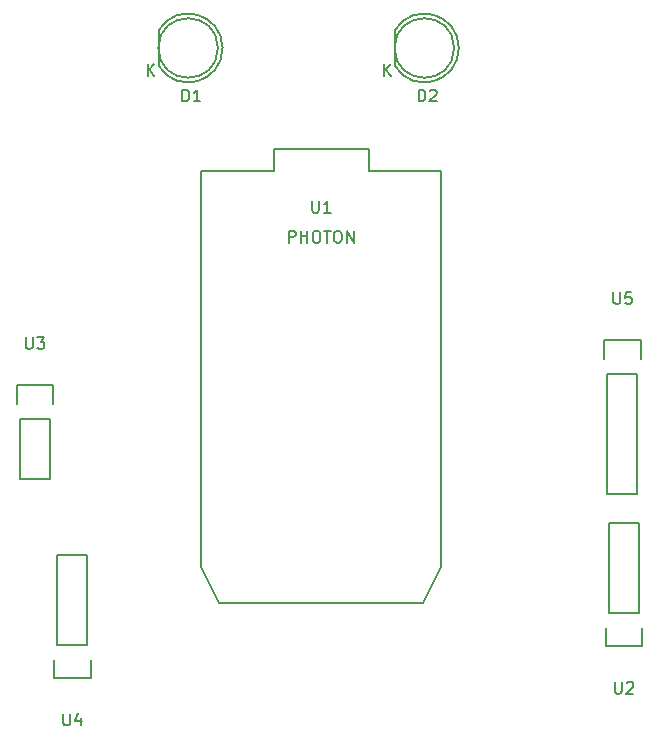
<source format=gto>
G04 #@! TF.FileFunction,Legend,Top*
%FSLAX46Y46*%
G04 Gerber Fmt 4.6, Leading zero omitted, Abs format (unit mm)*
G04 Created by KiCad (PCBNEW 4.0.4+e1-6308~48~ubuntu16.04.1-stable) date Tue Nov 29 21:46:03 2016*
%MOMM*%
%LPD*%
G01*
G04 APERTURE LIST*
%ADD10C,0.100000*%
%ADD11C,0.150000*%
G04 APERTURE END LIST*
D10*
D11*
X80195000Y-120530000D02*
X80195000Y-112910000D01*
X77655000Y-120530000D02*
X77655000Y-112910000D01*
X77375000Y-123350000D02*
X77375000Y-121800000D01*
X80195000Y-112910000D02*
X77655000Y-112910000D01*
X77655000Y-120530000D02*
X80195000Y-120530000D01*
X80475000Y-121800000D02*
X80475000Y-123350000D01*
X80475000Y-123350000D02*
X77375000Y-123350000D01*
X110160000Y-113970000D02*
X108636000Y-117018000D01*
X89840000Y-113970000D02*
X91364000Y-117018000D01*
X91364000Y-117018000D02*
X108636000Y-117018000D01*
X110160000Y-80442000D02*
X110160000Y-113970000D01*
X89840000Y-80442000D02*
X89840000Y-113970000D01*
X104013200Y-80442000D02*
X110160000Y-80442000D01*
X95986800Y-80442000D02*
X89840000Y-80442000D01*
X95986800Y-78537000D02*
X95986800Y-80442000D01*
X104013200Y-78537000D02*
X104013200Y-80442000D01*
X95986800Y-78537000D02*
X104013200Y-78537000D01*
X86245112Y-71524904D02*
G75*
G03X86230000Y-68500000I2484888J1524904D01*
G01*
X86230000Y-71500000D02*
X86230000Y-68500000D01*
X91247936Y-70000000D02*
G75*
G03X91247936Y-70000000I-2517936J0D01*
G01*
X106245112Y-71524904D02*
G75*
G03X106230000Y-68500000I2484888J1524904D01*
G01*
X106230000Y-71500000D02*
X106230000Y-68500000D01*
X111247936Y-70000000D02*
G75*
G03X111247936Y-70000000I-2517936J0D01*
G01*
X126895000Y-117835000D02*
X126895000Y-110215000D01*
X124355000Y-117835000D02*
X124355000Y-110215000D01*
X124075000Y-120655000D02*
X124075000Y-119105000D01*
X126895000Y-110215000D02*
X124355000Y-110215000D01*
X124355000Y-117835000D02*
X126895000Y-117835000D01*
X127175000Y-119105000D02*
X127175000Y-120655000D01*
X127175000Y-120655000D02*
X124075000Y-120655000D01*
X74485000Y-101395000D02*
X74485000Y-106475000D01*
X74485000Y-106475000D02*
X77025000Y-106475000D01*
X77025000Y-106475000D02*
X77025000Y-101395000D01*
X77305000Y-98575000D02*
X77305000Y-100125000D01*
X77025000Y-101395000D02*
X74485000Y-101395000D01*
X74205000Y-100125000D02*
X74205000Y-98575000D01*
X74205000Y-98575000D02*
X77305000Y-98575000D01*
X123950000Y-96315000D02*
X123950000Y-94765000D01*
X123950000Y-94765000D02*
X127050000Y-94765000D01*
X127050000Y-94765000D02*
X127050000Y-96315000D01*
X126770000Y-97585000D02*
X126770000Y-107745000D01*
X126770000Y-107745000D02*
X124230000Y-107745000D01*
X124230000Y-107745000D02*
X124230000Y-97585000D01*
X126770000Y-97585000D02*
X124230000Y-97585000D01*
X78163095Y-126352381D02*
X78163095Y-127161905D01*
X78210714Y-127257143D01*
X78258333Y-127304762D01*
X78353571Y-127352381D01*
X78544048Y-127352381D01*
X78639286Y-127304762D01*
X78686905Y-127257143D01*
X78734524Y-127161905D01*
X78734524Y-126352381D01*
X79639286Y-126685714D02*
X79639286Y-127352381D01*
X79401190Y-126304762D02*
X79163095Y-127019048D01*
X79782143Y-127019048D01*
X99238095Y-82942381D02*
X99238095Y-83751905D01*
X99285714Y-83847143D01*
X99333333Y-83894762D01*
X99428571Y-83942381D01*
X99619048Y-83942381D01*
X99714286Y-83894762D01*
X99761905Y-83847143D01*
X99809524Y-83751905D01*
X99809524Y-82942381D01*
X100809524Y-83942381D02*
X100238095Y-83942381D01*
X100523809Y-83942381D02*
X100523809Y-82942381D01*
X100428571Y-83085238D01*
X100333333Y-83180476D01*
X100238095Y-83228095D01*
X97261905Y-86482381D02*
X97261905Y-85482381D01*
X97642858Y-85482381D01*
X97738096Y-85530000D01*
X97785715Y-85577619D01*
X97833334Y-85672857D01*
X97833334Y-85815714D01*
X97785715Y-85910952D01*
X97738096Y-85958571D01*
X97642858Y-86006190D01*
X97261905Y-86006190D01*
X98261905Y-86482381D02*
X98261905Y-85482381D01*
X98261905Y-85958571D02*
X98833334Y-85958571D01*
X98833334Y-86482381D02*
X98833334Y-85482381D01*
X99500000Y-85482381D02*
X99690477Y-85482381D01*
X99785715Y-85530000D01*
X99880953Y-85625238D01*
X99928572Y-85815714D01*
X99928572Y-86149048D01*
X99880953Y-86339524D01*
X99785715Y-86434762D01*
X99690477Y-86482381D01*
X99500000Y-86482381D01*
X99404762Y-86434762D01*
X99309524Y-86339524D01*
X99261905Y-86149048D01*
X99261905Y-85815714D01*
X99309524Y-85625238D01*
X99404762Y-85530000D01*
X99500000Y-85482381D01*
X100214286Y-85482381D02*
X100785715Y-85482381D01*
X100500000Y-86482381D02*
X100500000Y-85482381D01*
X101309524Y-85482381D02*
X101500001Y-85482381D01*
X101595239Y-85530000D01*
X101690477Y-85625238D01*
X101738096Y-85815714D01*
X101738096Y-86149048D01*
X101690477Y-86339524D01*
X101595239Y-86434762D01*
X101500001Y-86482381D01*
X101309524Y-86482381D01*
X101214286Y-86434762D01*
X101119048Y-86339524D01*
X101071429Y-86149048D01*
X101071429Y-85815714D01*
X101119048Y-85625238D01*
X101214286Y-85530000D01*
X101309524Y-85482381D01*
X102166667Y-86482381D02*
X102166667Y-85482381D01*
X102738096Y-86482381D01*
X102738096Y-85482381D01*
X88245905Y-74516381D02*
X88245905Y-73516381D01*
X88484000Y-73516381D01*
X88626858Y-73564000D01*
X88722096Y-73659238D01*
X88769715Y-73754476D01*
X88817334Y-73944952D01*
X88817334Y-74087810D01*
X88769715Y-74278286D01*
X88722096Y-74373524D01*
X88626858Y-74468762D01*
X88484000Y-74516381D01*
X88245905Y-74516381D01*
X89769715Y-74516381D02*
X89198286Y-74516381D01*
X89484000Y-74516381D02*
X89484000Y-73516381D01*
X89388762Y-73659238D01*
X89293524Y-73754476D01*
X89198286Y-73802095D01*
X85293095Y-72357381D02*
X85293095Y-71357381D01*
X85864524Y-72357381D02*
X85435952Y-71785952D01*
X85864524Y-71357381D02*
X85293095Y-71928810D01*
X108245905Y-74516381D02*
X108245905Y-73516381D01*
X108484000Y-73516381D01*
X108626858Y-73564000D01*
X108722096Y-73659238D01*
X108769715Y-73754476D01*
X108817334Y-73944952D01*
X108817334Y-74087810D01*
X108769715Y-74278286D01*
X108722096Y-74373524D01*
X108626858Y-74468762D01*
X108484000Y-74516381D01*
X108245905Y-74516381D01*
X109198286Y-73611619D02*
X109245905Y-73564000D01*
X109341143Y-73516381D01*
X109579239Y-73516381D01*
X109674477Y-73564000D01*
X109722096Y-73611619D01*
X109769715Y-73706857D01*
X109769715Y-73802095D01*
X109722096Y-73944952D01*
X109150667Y-74516381D01*
X109769715Y-74516381D01*
X105293095Y-72357381D02*
X105293095Y-71357381D01*
X105864524Y-72357381D02*
X105435952Y-71785952D01*
X105864524Y-71357381D02*
X105293095Y-71928810D01*
X124863095Y-123657381D02*
X124863095Y-124466905D01*
X124910714Y-124562143D01*
X124958333Y-124609762D01*
X125053571Y-124657381D01*
X125244048Y-124657381D01*
X125339286Y-124609762D01*
X125386905Y-124562143D01*
X125434524Y-124466905D01*
X125434524Y-123657381D01*
X125863095Y-123752619D02*
X125910714Y-123705000D01*
X126005952Y-123657381D01*
X126244048Y-123657381D01*
X126339286Y-123705000D01*
X126386905Y-123752619D01*
X126434524Y-123847857D01*
X126434524Y-123943095D01*
X126386905Y-124085952D01*
X125815476Y-124657381D01*
X126434524Y-124657381D01*
X74993095Y-94477381D02*
X74993095Y-95286905D01*
X75040714Y-95382143D01*
X75088333Y-95429762D01*
X75183571Y-95477381D01*
X75374048Y-95477381D01*
X75469286Y-95429762D01*
X75516905Y-95382143D01*
X75564524Y-95286905D01*
X75564524Y-94477381D01*
X75945476Y-94477381D02*
X76564524Y-94477381D01*
X76231190Y-94858333D01*
X76374048Y-94858333D01*
X76469286Y-94905952D01*
X76516905Y-94953571D01*
X76564524Y-95048810D01*
X76564524Y-95286905D01*
X76516905Y-95382143D01*
X76469286Y-95429762D01*
X76374048Y-95477381D01*
X76088333Y-95477381D01*
X75993095Y-95429762D01*
X75945476Y-95382143D01*
X124738095Y-90667381D02*
X124738095Y-91476905D01*
X124785714Y-91572143D01*
X124833333Y-91619762D01*
X124928571Y-91667381D01*
X125119048Y-91667381D01*
X125214286Y-91619762D01*
X125261905Y-91572143D01*
X125309524Y-91476905D01*
X125309524Y-90667381D01*
X126261905Y-90667381D02*
X125785714Y-90667381D01*
X125738095Y-91143571D01*
X125785714Y-91095952D01*
X125880952Y-91048333D01*
X126119048Y-91048333D01*
X126214286Y-91095952D01*
X126261905Y-91143571D01*
X126309524Y-91238810D01*
X126309524Y-91476905D01*
X126261905Y-91572143D01*
X126214286Y-91619762D01*
X126119048Y-91667381D01*
X125880952Y-91667381D01*
X125785714Y-91619762D01*
X125738095Y-91572143D01*
M02*

</source>
